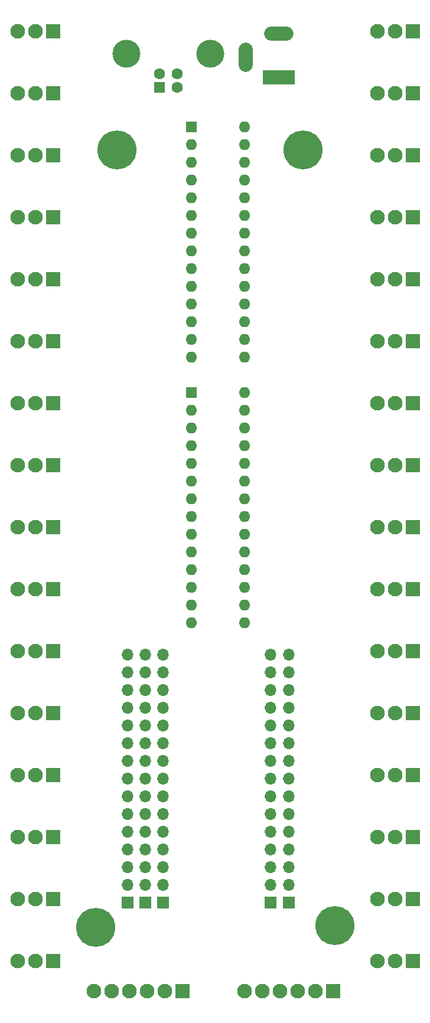
<source format=gbr>
%TF.GenerationSoftware,KiCad,Pcbnew,7.0.6*%
%TF.CreationDate,2023-07-16T21:51:52-04:00*%
%TF.ProjectId,mcp23s17_breakout,6d637032-3373-4313-975f-627265616b6f,rev?*%
%TF.SameCoordinates,Original*%
%TF.FileFunction,Soldermask,Top*%
%TF.FilePolarity,Negative*%
%FSLAX46Y46*%
G04 Gerber Fmt 4.6, Leading zero omitted, Abs format (unit mm)*
G04 Created by KiCad (PCBNEW 7.0.6) date 2023-07-16 21:51:52*
%MOMM*%
%LPD*%
G01*
G04 APERTURE LIST*
%ADD10C,5.600000*%
%ADD11R,2.100000X2.100000*%
%ADD12C,2.100000*%
%ADD13R,1.700000X1.700000*%
%ADD14O,1.700000X1.700000*%
%ADD15R,1.600000X1.600000*%
%ADD16O,1.600000X1.600000*%
%ADD17R,4.600000X2.000000*%
%ADD18O,4.200000X2.000000*%
%ADD19O,2.000000X4.200000*%
%ADD20C,1.600000*%
%ADD21C,4.000000*%
G04 APERTURE END LIST*
D10*
%TO.C,H2*%
X116332000Y-52832000D03*
%TD*%
D11*
%TO.C,IO13*%
X132080000Y-62484000D03*
D12*
X129540000Y-62484000D03*
X127000000Y-62484000D03*
%TD*%
D11*
%TO.C,IO11*%
X132080000Y-80264000D03*
D12*
X129540000Y-80264000D03*
X127000000Y-80264000D03*
%TD*%
D11*
%TO.C,IO23*%
X80518000Y-160274000D03*
D12*
X77978000Y-160274000D03*
X75438000Y-160274000D03*
%TD*%
D11*
%TO.C,IO3*%
X80518000Y-53594000D03*
D12*
X77978000Y-53594000D03*
X75438000Y-53594000D03*
%TD*%
D10*
%TO.C,H3*%
X86614000Y-164338000D03*
%TD*%
D13*
%TO.C,J7*%
X91186000Y-160782000D03*
D14*
X91186000Y-158242000D03*
X91186000Y-155702000D03*
X91186000Y-153162000D03*
X91186000Y-150622000D03*
X91186000Y-148082000D03*
X91186000Y-145542000D03*
X91186000Y-143002000D03*
X91186000Y-140462000D03*
X91186000Y-137922000D03*
X91186000Y-135382000D03*
X91186000Y-132842000D03*
X91186000Y-130302000D03*
X91186000Y-127762000D03*
X91186000Y-125222000D03*
%TD*%
D11*
%TO.C,IO4*%
X80518000Y-62484000D03*
D12*
X77978000Y-62484000D03*
X75438000Y-62484000D03*
%TD*%
D11*
%TO.C,IO19*%
X80518000Y-124714000D03*
D12*
X77978000Y-124714000D03*
X75438000Y-124714000D03*
%TD*%
D11*
%TO.C,IO9*%
X132080000Y-98044000D03*
D12*
X129540000Y-98044000D03*
X127000000Y-98044000D03*
%TD*%
D11*
%TO.C,IO2*%
X80518000Y-44704000D03*
D12*
X77978000Y-44704000D03*
X75438000Y-44704000D03*
%TD*%
D11*
%TO.C,IO32*%
X132080000Y-106934000D03*
D12*
X129540000Y-106934000D03*
X127000000Y-106934000D03*
%TD*%
D11*
%TO.C,IO16*%
X132080000Y-35814000D03*
D12*
X129540000Y-35814000D03*
X127000000Y-35814000D03*
%TD*%
D11*
%TO.C,IO27*%
X132080000Y-151384000D03*
D12*
X129540000Y-151384000D03*
X127000000Y-151384000D03*
%TD*%
D11*
%TO.C,IO17*%
X80518000Y-106934000D03*
D12*
X77978000Y-106934000D03*
X75438000Y-106934000D03*
%TD*%
D11*
%TO.C,IO29*%
X132080000Y-133604000D03*
D12*
X129540000Y-133604000D03*
X127000000Y-133604000D03*
%TD*%
D11*
%TO.C,IO1*%
X80518000Y-35814000D03*
D12*
X77978000Y-35814000D03*
X75438000Y-35814000D03*
%TD*%
D11*
%TO.C,IO18*%
X80518000Y-115824000D03*
D12*
X77978000Y-115824000D03*
X75438000Y-115824000D03*
%TD*%
D11*
%TO.C,IO5*%
X80518000Y-71374000D03*
D12*
X77978000Y-71374000D03*
X75438000Y-71374000D03*
%TD*%
D11*
%TO.C,IO8*%
X80518000Y-98044000D03*
D12*
X77978000Y-98044000D03*
X75438000Y-98044000D03*
%TD*%
D13*
%TO.C,U1*%
X111677300Y-160782000D03*
D14*
X111677300Y-158242000D03*
X111677300Y-155702000D03*
X111677300Y-153162000D03*
X111677300Y-150622000D03*
X111677300Y-148082000D03*
X111677300Y-145542000D03*
X111677300Y-143002000D03*
X111677300Y-140462000D03*
X111677300Y-137922000D03*
X111677300Y-135382000D03*
X111677300Y-132842000D03*
X111677300Y-130302000D03*
X111677300Y-127762000D03*
X111677300Y-125222000D03*
X93716000Y-125222000D03*
X93716000Y-127762000D03*
X93716000Y-130302000D03*
X93716000Y-132842000D03*
X93716000Y-135382000D03*
X93716000Y-137922000D03*
X93716000Y-140462000D03*
X93716000Y-143002000D03*
X93716000Y-145542000D03*
X93716000Y-148082000D03*
X93716000Y-150622000D03*
X93716000Y-153162000D03*
X93716000Y-155702000D03*
X93716000Y-158242000D03*
D13*
X93716000Y-160782000D03*
%TD*%
D11*
%TO.C,J1*%
X99060000Y-173482000D03*
D12*
X96520000Y-173482000D03*
X93980000Y-173482000D03*
X91440000Y-173482000D03*
X88900000Y-173482000D03*
X86360000Y-173482000D03*
%TD*%
D13*
%TO.C,J6*%
X96266000Y-160782000D03*
D14*
X96266000Y-158242000D03*
X96266000Y-155702000D03*
X96266000Y-153162000D03*
X96266000Y-150622000D03*
X96266000Y-148082000D03*
X96266000Y-145542000D03*
X96266000Y-143002000D03*
X96266000Y-140462000D03*
X96266000Y-137922000D03*
X96266000Y-135382000D03*
X96266000Y-132842000D03*
X96266000Y-130302000D03*
X96266000Y-127762000D03*
X96266000Y-125222000D03*
%TD*%
D11*
%TO.C,IO7*%
X80518000Y-89154000D03*
D12*
X77978000Y-89154000D03*
X75438000Y-89154000D03*
%TD*%
D11*
%TO.C,IO25*%
X132080000Y-169164000D03*
D12*
X129540000Y-169164000D03*
X127000000Y-169164000D03*
%TD*%
D11*
%TO.C,J2*%
X120650000Y-173482000D03*
D12*
X118110000Y-173482000D03*
X115570000Y-173482000D03*
X113030000Y-173482000D03*
X110490000Y-173482000D03*
X107950000Y-173482000D03*
%TD*%
D11*
%TO.C,IO21*%
X80518000Y-142494000D03*
D12*
X77978000Y-142494000D03*
X75438000Y-142494000D03*
%TD*%
D15*
%TO.C,U3*%
X100340000Y-87640000D03*
D16*
X100340000Y-90180000D03*
X100340000Y-92720000D03*
X100340000Y-95260000D03*
X100340000Y-97800000D03*
X100340000Y-100340000D03*
X100340000Y-102880000D03*
X100340000Y-105420000D03*
X100340000Y-107960000D03*
X100340000Y-110500000D03*
X100340000Y-113040000D03*
X100340000Y-115580000D03*
X100340000Y-118120000D03*
X100340000Y-120660000D03*
X107960000Y-120660000D03*
X107960000Y-118120000D03*
X107960000Y-115580000D03*
X107960000Y-113040000D03*
X107960000Y-110500000D03*
X107960000Y-107960000D03*
X107960000Y-105420000D03*
X107960000Y-102880000D03*
X107960000Y-100340000D03*
X107960000Y-97800000D03*
X107960000Y-95260000D03*
X107960000Y-92720000D03*
X107960000Y-90180000D03*
X107960000Y-87640000D03*
%TD*%
D15*
%TO.C,U2*%
X100340000Y-49540000D03*
D16*
X100340000Y-52080000D03*
X100340000Y-54620000D03*
X100340000Y-57160000D03*
X100340000Y-59700000D03*
X100340000Y-62240000D03*
X100340000Y-64780000D03*
X100340000Y-67320000D03*
X100340000Y-69860000D03*
X100340000Y-72400000D03*
X100340000Y-74940000D03*
X100340000Y-77480000D03*
X100340000Y-80020000D03*
X100340000Y-82560000D03*
X107960000Y-82560000D03*
X107960000Y-80020000D03*
X107960000Y-77480000D03*
X107960000Y-74940000D03*
X107960000Y-72400000D03*
X107960000Y-69860000D03*
X107960000Y-67320000D03*
X107960000Y-64780000D03*
X107960000Y-62240000D03*
X107960000Y-59700000D03*
X107960000Y-57160000D03*
X107960000Y-54620000D03*
X107960000Y-52080000D03*
X107960000Y-49540000D03*
%TD*%
D11*
%TO.C,IO31*%
X132080000Y-115824000D03*
D12*
X129540000Y-115824000D03*
X127000000Y-115824000D03*
%TD*%
D11*
%TO.C,IO24*%
X80518000Y-169164000D03*
D12*
X77978000Y-169164000D03*
X75438000Y-169164000D03*
%TD*%
D11*
%TO.C,IO14*%
X132080000Y-53594000D03*
D12*
X129540000Y-53594000D03*
X127000000Y-53594000D03*
%TD*%
D11*
%TO.C,IO15*%
X132080000Y-44704000D03*
D12*
X129540000Y-44704000D03*
X127000000Y-44704000D03*
%TD*%
D17*
%TO.C,J5*%
X112918000Y-42418000D03*
D18*
X112918000Y-36118000D03*
D19*
X108118000Y-39518000D03*
%TD*%
D11*
%TO.C,IO12*%
X132080000Y-71374000D03*
D12*
X129540000Y-71374000D03*
X127000000Y-71374000D03*
%TD*%
D11*
%TO.C,IO28*%
X132080000Y-142494000D03*
D12*
X129540000Y-142494000D03*
X127000000Y-142494000D03*
%TD*%
D13*
%TO.C,J4*%
X114316000Y-160782000D03*
D14*
X114316000Y-158242000D03*
X114316000Y-155702000D03*
X114316000Y-153162000D03*
X114316000Y-150622000D03*
X114316000Y-148082000D03*
X114316000Y-145542000D03*
X114316000Y-143002000D03*
X114316000Y-140462000D03*
X114316000Y-137922000D03*
X114316000Y-135382000D03*
X114316000Y-132842000D03*
X114316000Y-130302000D03*
X114316000Y-127762000D03*
X114316000Y-125222000D03*
%TD*%
D11*
%TO.C,IO20*%
X80518000Y-133604000D03*
D12*
X77978000Y-133604000D03*
X75438000Y-133604000D03*
%TD*%
D11*
%TO.C,IO30*%
X132080000Y-124714000D03*
D12*
X129540000Y-124714000D03*
X127000000Y-124714000D03*
%TD*%
D10*
%TO.C,H4*%
X120904000Y-164084000D03*
%TD*%
D11*
%TO.C,IO10*%
X132080000Y-89154000D03*
D12*
X129540000Y-89154000D03*
X127000000Y-89154000D03*
%TD*%
D10*
%TO.C,H1*%
X89662000Y-52832000D03*
%TD*%
D15*
%TO.C,J3*%
X95778000Y-43871500D03*
D20*
X98278000Y-43871500D03*
X98278000Y-41871500D03*
X95778000Y-41871500D03*
D21*
X91028000Y-39011500D03*
X103028000Y-39011500D03*
%TD*%
D11*
%TO.C,IO26*%
X132080000Y-160274000D03*
D12*
X129540000Y-160274000D03*
X127000000Y-160274000D03*
%TD*%
D11*
%TO.C,IO6*%
X80518000Y-80264000D03*
D12*
X77978000Y-80264000D03*
X75438000Y-80264000D03*
%TD*%
D11*
%TO.C,IO22*%
X80518000Y-151384000D03*
D12*
X77978000Y-151384000D03*
X75438000Y-151384000D03*
%TD*%
M02*

</source>
